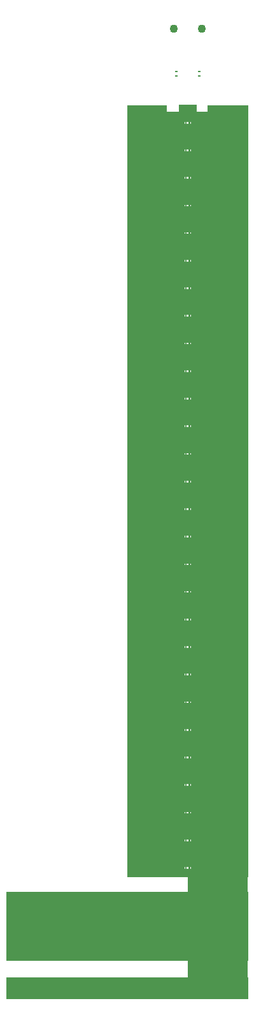
<source format=gts>
G04*
G04 #@! TF.GenerationSoftware,Altium Limited,Altium Designer,21.0.8 (223)*
G04*
G04 Layer_Color=8388736*
%FSLAX25Y25*%
%MOIN*%
G70*
G04*
G04 #@! TF.SameCoordinates,E0719600-9101-4F89-BDCF-51FE7D7513E6*
G04*
G04*
G04 #@! TF.FilePolarity,Negative*
G04*
G01*
G75*
%ADD11R,0.01417X0.00866*%
%ADD12R,0.00799X0.00898*%
%ADD13R,1.26805X0.36181*%
%ADD14R,0.31701X0.60500*%
%ADD15R,1.26805X0.11811*%
%ADD16R,0.21195X0.14964*%
%ADD17R,0.22210X0.17558*%
%ADD18R,0.21608X0.17558*%
%ADD19R,0.21107X0.14964*%
%ADD20C,0.04343*%
G36*
X231805Y355253D02*
X231805D01*
Y340843D01*
X168402D01*
Y355253D01*
X168402D01*
Y369664D01*
X231805D01*
Y355253D01*
D02*
G37*
G36*
Y326432D02*
X231805D01*
Y312022D01*
X168402D01*
Y326432D01*
X168402D01*
Y340843D01*
X231805D01*
Y326432D01*
D02*
G37*
G36*
Y297611D02*
X231805D01*
Y283201D01*
Y268791D01*
Y254380D01*
Y239970D01*
Y225559D01*
Y211149D01*
Y196738D01*
X168402D01*
Y211149D01*
Y225559D01*
Y239970D01*
Y254380D01*
Y268791D01*
Y283201D01*
Y297611D01*
X168402D01*
Y312022D01*
X231805D01*
Y297611D01*
D02*
G37*
G36*
Y182328D02*
Y167917D01*
X168402D01*
Y182328D01*
Y196738D01*
X231805D01*
Y182328D01*
D02*
G37*
G36*
X231805Y456126D02*
Y441716D01*
Y427306D01*
Y412895D01*
Y398485D01*
Y384074D01*
Y369664D01*
X168402D01*
Y384074D01*
Y398485D01*
Y412895D01*
Y427306D01*
Y441716D01*
Y456126D01*
Y470537D01*
X231805D01*
Y456126D01*
D02*
G37*
G36*
X204733Y557000D02*
X231805D01*
Y542589D01*
Y528179D01*
Y513768D01*
Y499358D01*
Y484947D01*
Y470537D01*
X168402D01*
Y484947D01*
Y499358D01*
Y513768D01*
Y528179D01*
Y542589D01*
Y557000D01*
X195474D01*
Y571410D01*
X204733D01*
Y557000D01*
D02*
G37*
%LPC*%
G36*
X201355Y360581D02*
Y359683D01*
X201749D01*
Y360581D01*
X201355D01*
D02*
G37*
G36*
X198458Y360581D02*
Y359683D01*
X198852D01*
Y360581D01*
X198458D01*
D02*
G37*
G36*
X200556Y360579D02*
X199655D01*
Y359682D01*
X200556D01*
Y360579D01*
D02*
G37*
G36*
X201355Y346170D02*
Y345273D01*
X201749D01*
Y346170D01*
X201355D01*
D02*
G37*
G36*
X198458Y346170D02*
Y345273D01*
X198852D01*
Y346170D01*
X198458D01*
D02*
G37*
G36*
X200556Y346169D02*
X199655D01*
Y345271D01*
X200556D01*
Y346169D01*
D02*
G37*
G36*
X201355Y331760D02*
Y330862D01*
X201749D01*
Y331760D01*
X201355D01*
D02*
G37*
G36*
X198458Y331760D02*
Y330862D01*
X198852D01*
Y331760D01*
X198458D01*
D02*
G37*
G36*
X200556Y331759D02*
X199655D01*
Y330861D01*
X200556D01*
Y331759D01*
D02*
G37*
G36*
X201355Y317350D02*
Y316452D01*
X201749D01*
Y317350D01*
X201355D01*
D02*
G37*
G36*
X198458Y317350D02*
Y316452D01*
X198852D01*
Y317350D01*
X198458D01*
D02*
G37*
G36*
X200556Y317348D02*
X199655D01*
Y316451D01*
X200556D01*
Y317348D01*
D02*
G37*
G36*
X201355Y302939D02*
Y302041D01*
X201749D01*
Y302939D01*
X201355D01*
D02*
G37*
G36*
X198458Y302939D02*
Y302041D01*
X198852D01*
Y302939D01*
X198458D01*
D02*
G37*
G36*
X200556Y302938D02*
X199655D01*
Y302040D01*
X200556D01*
Y302938D01*
D02*
G37*
G36*
X201355Y288529D02*
Y287631D01*
X201749D01*
Y288529D01*
X201355D01*
D02*
G37*
G36*
X198458Y288528D02*
Y287631D01*
X198852D01*
Y288528D01*
X198458D01*
D02*
G37*
G36*
X200556Y288527D02*
X199655D01*
Y287630D01*
X200556D01*
Y288527D01*
D02*
G37*
G36*
X201355Y274118D02*
Y273220D01*
X201749D01*
Y274118D01*
X201355D01*
D02*
G37*
G36*
X198458Y274118D02*
Y273220D01*
X198852D01*
Y274118D01*
X198458D01*
D02*
G37*
G36*
X200556Y274117D02*
X199655D01*
Y273219D01*
X200556D01*
Y274117D01*
D02*
G37*
G36*
X201355Y259708D02*
Y258810D01*
X201749D01*
Y259708D01*
X201355D01*
D02*
G37*
G36*
X198458Y259708D02*
Y258810D01*
X198852D01*
Y259708D01*
X198458D01*
D02*
G37*
G36*
X200556Y259706D02*
X199655D01*
Y258809D01*
X200556D01*
Y259706D01*
D02*
G37*
G36*
X201355Y245297D02*
Y244399D01*
X201749D01*
Y245297D01*
X201355D01*
D02*
G37*
G36*
X198458Y245297D02*
Y244399D01*
X198852D01*
Y245297D01*
X198458D01*
D02*
G37*
G36*
X200556Y245296D02*
X199655D01*
Y244398D01*
X200556D01*
Y245296D01*
D02*
G37*
G36*
X201355Y230887D02*
Y229989D01*
X201749D01*
Y230887D01*
X201355D01*
D02*
G37*
G36*
X198458Y230887D02*
Y229989D01*
X198852D01*
Y230887D01*
X198458D01*
D02*
G37*
G36*
X200556Y230885D02*
X199655D01*
Y229988D01*
X200556D01*
Y230885D01*
D02*
G37*
G36*
X201355Y216476D02*
Y215579D01*
X201749D01*
Y216476D01*
X201355D01*
D02*
G37*
G36*
X198458Y216476D02*
Y215579D01*
X198852D01*
Y216476D01*
X198458D01*
D02*
G37*
G36*
X200556Y216475D02*
X199655D01*
Y215577D01*
X200556D01*
Y216475D01*
D02*
G37*
G36*
X201355Y202066D02*
Y201168D01*
X201749D01*
Y202066D01*
X201355D01*
D02*
G37*
G36*
X198458Y202066D02*
Y201168D01*
X198852D01*
Y202066D01*
X198458D01*
D02*
G37*
G36*
X200556Y202064D02*
X199655D01*
Y201167D01*
X200556D01*
Y202064D01*
D02*
G37*
G36*
X201355Y187655D02*
Y186758D01*
X201749D01*
Y187655D01*
X201355D01*
D02*
G37*
G36*
X198458Y187655D02*
Y186758D01*
X198852D01*
Y187655D01*
X198458D01*
D02*
G37*
G36*
X200556Y187654D02*
X199655D01*
Y186756D01*
X200556D01*
Y187654D01*
D02*
G37*
G36*
X201355Y173245D02*
Y172347D01*
X201749D01*
Y173245D01*
X201355D01*
D02*
G37*
G36*
X198458Y173245D02*
Y172347D01*
X198852D01*
Y173245D01*
X198458D01*
D02*
G37*
G36*
X200556Y173243D02*
X199655D01*
Y172346D01*
X200556D01*
Y173243D01*
D02*
G37*
G36*
X201355Y461454D02*
Y460556D01*
X201749D01*
Y461454D01*
X201355D01*
D02*
G37*
G36*
X198458Y461454D02*
Y460556D01*
X198852D01*
Y461454D01*
X198458D01*
D02*
G37*
G36*
X200556Y461453D02*
X199655D01*
Y460555D01*
X200556D01*
Y461453D01*
D02*
G37*
G36*
X201355Y447044D02*
Y446146D01*
X201749D01*
Y447044D01*
X201355D01*
D02*
G37*
G36*
X198458Y447044D02*
Y446146D01*
X198852D01*
Y447044D01*
X198458D01*
D02*
G37*
G36*
X200556Y447042D02*
X199655D01*
Y446145D01*
X200556D01*
Y447042D01*
D02*
G37*
G36*
X201355Y432633D02*
Y431736D01*
X201749D01*
Y432633D01*
X201355D01*
D02*
G37*
G36*
X198458Y432633D02*
Y431736D01*
X198852D01*
Y432633D01*
X198458D01*
D02*
G37*
G36*
X200556Y432632D02*
X199655D01*
Y431734D01*
X200556D01*
Y432632D01*
D02*
G37*
G36*
X201355Y418223D02*
Y417325D01*
X201749D01*
Y418223D01*
X201355D01*
D02*
G37*
G36*
X198458Y418223D02*
Y417325D01*
X198852D01*
Y418223D01*
X198458D01*
D02*
G37*
G36*
X200556Y418221D02*
X199655D01*
Y417324D01*
X200556D01*
Y418221D01*
D02*
G37*
G36*
X201355Y403812D02*
Y402915D01*
X201749D01*
Y403812D01*
X201355D01*
D02*
G37*
G36*
X198458Y403812D02*
Y402915D01*
X198852D01*
Y403812D01*
X198458D01*
D02*
G37*
G36*
X200556Y403811D02*
X199655D01*
Y402913D01*
X200556D01*
Y403811D01*
D02*
G37*
G36*
X201355Y389402D02*
Y388504D01*
X201749D01*
Y389402D01*
X201355D01*
D02*
G37*
G36*
X198458Y389402D02*
Y388504D01*
X198852D01*
Y389402D01*
X198458D01*
D02*
G37*
G36*
X200556Y389400D02*
X199655D01*
Y388503D01*
X200556D01*
Y389400D01*
D02*
G37*
G36*
X201355Y374991D02*
Y374094D01*
X201749D01*
Y374991D01*
X201355D01*
D02*
G37*
G36*
X198458Y374991D02*
Y374094D01*
X198852D01*
Y374991D01*
X198458D01*
D02*
G37*
G36*
X200556Y374990D02*
X199655D01*
Y374092D01*
X200556D01*
Y374990D01*
D02*
G37*
G36*
X201345Y562327D02*
Y561430D01*
X201739D01*
Y562327D01*
X201345D01*
D02*
G37*
G36*
X198448Y562327D02*
Y561430D01*
X198842D01*
Y562327D01*
X198448D01*
D02*
G37*
G36*
X200546Y562326D02*
X199645D01*
Y561428D01*
X200546D01*
Y562326D01*
D02*
G37*
G36*
X201355Y547917D02*
Y547019D01*
X201749D01*
Y547917D01*
X201355D01*
D02*
G37*
G36*
X198458Y547917D02*
Y547019D01*
X198852D01*
Y547917D01*
X198458D01*
D02*
G37*
G36*
X200556Y547916D02*
X199655D01*
Y547018D01*
X200556D01*
Y547916D01*
D02*
G37*
G36*
X201355Y533506D02*
Y532609D01*
X201749D01*
Y533506D01*
X201355D01*
D02*
G37*
G36*
X198458Y533506D02*
Y532609D01*
X198852D01*
Y533506D01*
X198458D01*
D02*
G37*
G36*
X200556Y533505D02*
X199655D01*
Y532607D01*
X200556D01*
Y533505D01*
D02*
G37*
G36*
X201355Y519096D02*
Y518198D01*
X201749D01*
Y519096D01*
X201355D01*
D02*
G37*
G36*
X198458Y519096D02*
Y518198D01*
X198852D01*
Y519096D01*
X198458D01*
D02*
G37*
G36*
X200556Y519095D02*
X199655D01*
Y518197D01*
X200556D01*
Y519095D01*
D02*
G37*
G36*
X201355Y504685D02*
Y503788D01*
X201749D01*
Y504685D01*
X201355D01*
D02*
G37*
G36*
X198458Y504685D02*
Y503788D01*
X198852D01*
Y504685D01*
X198458D01*
D02*
G37*
G36*
X200556Y504684D02*
X199655D01*
Y503787D01*
X200556D01*
Y504684D01*
D02*
G37*
G36*
X201355Y490275D02*
Y489377D01*
X201749D01*
Y490275D01*
X201355D01*
D02*
G37*
G36*
X198458Y490275D02*
Y489377D01*
X198852D01*
Y490275D01*
X198458D01*
D02*
G37*
G36*
X200556Y490274D02*
X199655D01*
Y489376D01*
X200556D01*
Y490274D01*
D02*
G37*
G36*
X201355Y475865D02*
Y474967D01*
X201749D01*
Y475865D01*
X201355D01*
D02*
G37*
G36*
X198458Y475865D02*
Y474967D01*
X198852D01*
Y475865D01*
X198458D01*
D02*
G37*
G36*
X200556Y475863D02*
X199655D01*
Y474965D01*
X200556D01*
Y475863D01*
D02*
G37*
%LPD*%
D11*
X206000Y586266D02*
D03*
Y588747D02*
D03*
X194207Y586266D02*
D03*
Y588747D02*
D03*
D12*
X199255Y561875D02*
D03*
X200952D02*
D03*
X199255Y547465D02*
D03*
X200952D02*
D03*
X199255Y533054D02*
D03*
X200952D02*
D03*
X199255Y518644D02*
D03*
X200952D02*
D03*
X199255Y504233D02*
D03*
X200952D02*
D03*
X199255Y489823D02*
D03*
X200952D02*
D03*
X199255Y475413D02*
D03*
X200952D02*
D03*
X199255Y461002D02*
D03*
X200952D02*
D03*
X199255Y446592D02*
D03*
X200952D02*
D03*
X199255Y432181D02*
D03*
X200952D02*
D03*
X199255Y417771D02*
D03*
X200952D02*
D03*
X199255Y403360D02*
D03*
X200952D02*
D03*
X199255Y388950D02*
D03*
X200952D02*
D03*
X199255Y374539D02*
D03*
X200952D02*
D03*
X199255Y360129D02*
D03*
X200952D02*
D03*
X199255Y345718D02*
D03*
X200952D02*
D03*
X199255Y331308D02*
D03*
X200952D02*
D03*
X199255Y316898D02*
D03*
X200952D02*
D03*
X199255Y302487D02*
D03*
X200952D02*
D03*
X199255Y288076D02*
D03*
X200952D02*
D03*
X199255Y273666D02*
D03*
X200952D02*
D03*
X199255Y259256D02*
D03*
X200952D02*
D03*
X199255Y244845D02*
D03*
X200952D02*
D03*
X199255Y230435D02*
D03*
X200952D02*
D03*
X199255Y216024D02*
D03*
X200952D02*
D03*
X199255Y201614D02*
D03*
X200952D02*
D03*
X199255Y187203D02*
D03*
X200952D02*
D03*
X199255Y172793D02*
D03*
X200952D02*
D03*
D13*
X168402Y142258D02*
D03*
D14*
X215954Y140007D02*
D03*
D15*
X168402Y109906D02*
D03*
D16*
X221207Y563441D02*
D03*
D17*
X185245Y559056D02*
D03*
D18*
X215264D02*
D03*
D19*
X178956Y563441D02*
D03*
D20*
X207537Y610980D02*
D03*
X192685D02*
D03*
M02*

</source>
